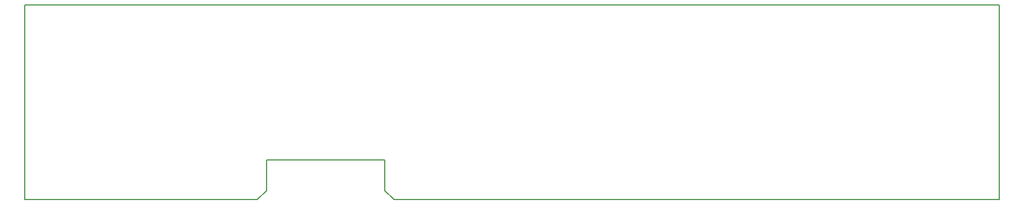
<source format=gm1>
G04*
G04 #@! TF.GenerationSoftware,Altium Limited,Altium Designer,22.9.1 (49)*
G04*
G04 Layer_Color=16711935*
%FSLAX25Y25*%
%MOIN*%
G70*
G04*
G04 #@! TF.SameCoordinates,3F8A9F32-4B6F-401C-BF37-4CBD66F0855C*
G04*
G04*
G04 #@! TF.FilePolarity,Positive*
G04*
G01*
G75*
%ADD12C,0.00500*%
D12*
X694000Y137500D02*
Y255500D01*
X103000Y137500D02*
X244000D01*
X249500Y143000D01*
Y161700D01*
X327000Y137500D02*
X694000D01*
X321400Y143100D02*
X327000Y137500D01*
X321400Y143100D02*
Y161700D01*
X249500D02*
X321400D01*
X103000Y255500D02*
X694000D01*
X103000Y137500D02*
Y255500D01*
M02*

</source>
